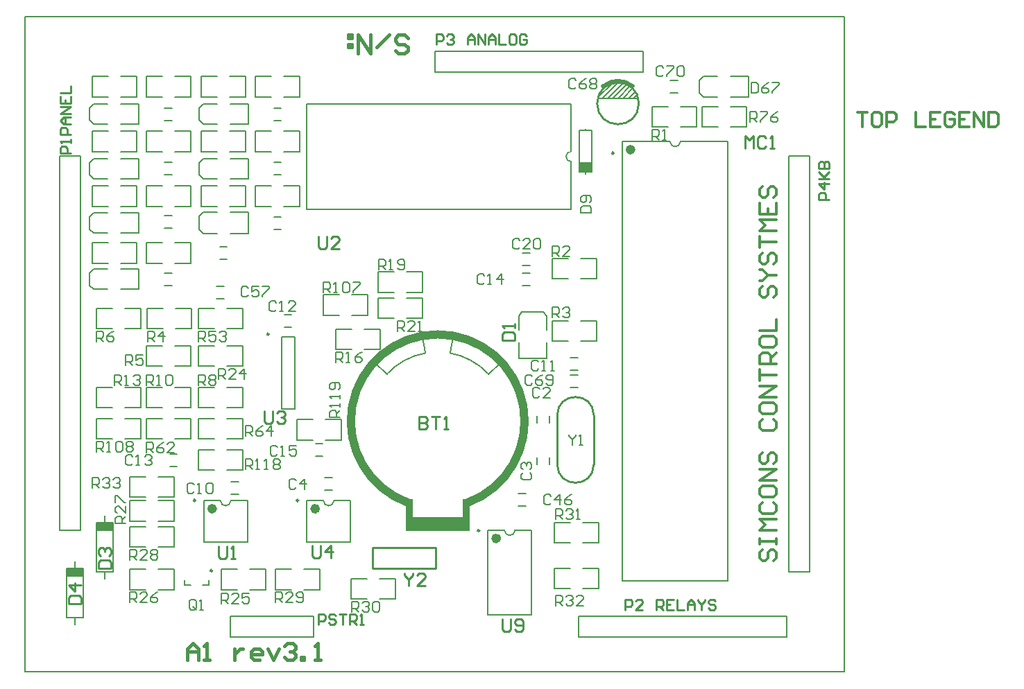
<source format=gto>
%FSLAX25Y25*%
%MOIN*%
G70*
G01*
G75*
G04 Layer_Color=65535*
%ADD10C,0.04000*%
%ADD11C,0.01800*%
%ADD12C,0.02400*%
%ADD13C,0.03000*%
%ADD14C,0.02200*%
%ADD15C,0.02000*%
%ADD16C,0.04400*%
%ADD17C,0.01600*%
%ADD18R,0.05906X0.06693*%
%ADD19R,0.10236X0.06693*%
%ADD20R,0.02362X0.06299*%
%ADD21R,0.06693X0.06693*%
%ADD22R,0.06693X0.05906*%
%ADD23O,0.09843X0.02756*%
%ADD24C,0.00800*%
%ADD25C,0.01200*%
%ADD26C,0.01400*%
%ADD27R,0.07500X0.09500*%
%ADD28O,0.07500X0.09500*%
%ADD29C,0.07500*%
%ADD30O,0.07500X0.09000*%
%ADD31R,0.07500X0.09000*%
%ADD32C,0.08500*%
%ADD33C,0.09000*%
%ADD34R,0.09500X0.07500*%
%ADD35O,0.09500X0.07500*%
%ADD36O,0.09000X0.07500*%
%ADD37R,0.09000X0.07500*%
%ADD38C,0.10000*%
%ADD39C,0.06000*%
%ADD40C,0.00787*%
%ADD41C,0.00984*%
%ADD42C,0.01000*%
%ADD43C,0.02362*%
%ADD44C,0.03937*%
%ADD45C,0.01500*%
%ADD46R,0.06000X0.05000*%
%ADD47R,0.07874X0.03937*%
%ADD48R,0.03445X0.12303*%
%ADD49R,0.03445X0.12303*%
%ADD50R,0.30610X0.06890*%
G04:AMPARAMS|DCode=51|XSize=18.01mil|YSize=15.74mil|CornerRadius=0mil|HoleSize=0mil|Usage=FLASHONLY|Rotation=217.000|XOffset=0mil|YOffset=0mil|HoleType=Round|Shape=Rectangle|*
%AMROTATEDRECTD51*
4,1,4,0.00246,0.01170,0.01193,-0.00087,-0.00246,-0.01170,-0.01193,0.00087,0.00246,0.01170,0.0*
%
%ADD51ROTATEDRECTD51*%

G04:AMPARAMS|DCode=52|XSize=18.01mil|YSize=15.74mil|CornerRadius=0mil|HoleSize=0mil|Usage=FLASHONLY|Rotation=143.000|XOffset=0mil|YOffset=0mil|HoleType=Round|Shape=Rectangle|*
%AMROTATEDRECTD52*
4,1,4,0.01193,0.00087,0.00246,-0.01170,-0.01193,-0.00087,-0.00246,0.01170,0.01193,0.00087,0.0*
%
%ADD52ROTATEDRECTD52*%

D11*
X571502Y692502D02*
X573001Y691003D01*
X576000D01*
X577500Y692502D01*
Y694002D01*
X576000Y695502D01*
X573001D01*
X571502Y697001D01*
Y698500D01*
X573001Y700000D01*
X576000D01*
X577500Y698500D01*
X568503Y700000D02*
X562505Y694002D01*
X559506Y700000D02*
Y691003D01*
X553508Y700000D01*
Y691003D01*
X550509Y694002D02*
X549009D01*
Y695502D01*
X550509D01*
Y694002D01*
Y698500D02*
X549009D01*
Y700000D01*
X550509D01*
Y698500D01*
D17*
X471500Y399500D02*
Y404832D01*
X474166Y407497D01*
X476832Y404832D01*
Y399500D01*
Y403499D01*
X471500D01*
X479497Y399500D02*
X482163D01*
X480830D01*
Y407497D01*
X479497Y406165D01*
X494159Y404832D02*
Y399500D01*
Y402166D01*
X495492Y403499D01*
X496825Y404832D01*
X498158D01*
X506155Y399500D02*
X503490D01*
X502157Y400833D01*
Y403499D01*
X503490Y404832D01*
X506155D01*
X507488Y403499D01*
Y402166D01*
X502157D01*
X510154Y404832D02*
X512820Y399500D01*
X515486Y404832D01*
X518152Y406165D02*
X519485Y407497D01*
X522150D01*
X523483Y406165D01*
Y404832D01*
X522150Y403499D01*
X520817D01*
X522150D01*
X523483Y402166D01*
Y400833D01*
X522150Y399500D01*
X519485D01*
X518152Y400833D01*
X526149Y399500D02*
Y400833D01*
X527482D01*
Y399500D01*
X526149D01*
X532814D02*
X535479D01*
X534146D01*
Y407497D01*
X532814Y406165D01*
D24*
X647870Y443421D02*
X655547D01*
X661453D02*
X669130D01*
X647870Y433579D02*
X655547D01*
X661453D02*
X669130D01*
Y443421D01*
X647870Y433579D02*
Y443421D01*
Y465421D02*
X655547D01*
X661453D02*
X669130D01*
X647870Y455579D02*
X655547D01*
X661453D02*
X669130D01*
Y465421D01*
X647870Y455579D02*
Y465421D01*
X393701Y393701D02*
Y708661D01*
X787402D01*
Y393701D02*
Y708661D01*
X393701Y393701D02*
X787402D01*
X487250Y598000D02*
X490750D01*
X487250Y592000D02*
X490750D01*
X460750Y579500D02*
X464250D01*
X460750Y585500D02*
X464250D01*
X441453Y505579D02*
X449130D01*
X427870D02*
X435547D01*
X441453Y515421D02*
X449130D01*
X427870D02*
X435547D01*
X427870Y505579D02*
Y515421D01*
X449130Y505579D02*
Y515421D01*
X476870Y490579D02*
Y500421D01*
X498130Y490579D02*
Y500421D01*
X490453Y490579D02*
X498130D01*
X476870D02*
X484547D01*
X490453Y500421D02*
X498130D01*
X476870D02*
X484547D01*
X463250Y492500D02*
X466750D01*
X463250Y498500D02*
X466750D01*
X537953Y505079D02*
X545630D01*
X524370D02*
X532047D01*
X537953Y514921D02*
X545630D01*
X524370D02*
X532047D01*
X524370Y505079D02*
Y514921D01*
X545630Y505079D02*
Y514921D01*
X533250Y497500D02*
X536750D01*
X533250Y503500D02*
X536750D01*
X537750Y487000D02*
X541250D01*
X537750Y481000D02*
X541250D01*
X487870Y433079D02*
Y442921D01*
X509130Y433079D02*
Y442921D01*
X501453Y433079D02*
X509130D01*
X487870D02*
X495547D01*
X501453Y442921D02*
X509130D01*
X487870D02*
X495547D01*
X443870Y466079D02*
Y475921D01*
X465130Y466079D02*
Y475921D01*
X457453Y466079D02*
X465130D01*
X443870D02*
X451547D01*
X457453Y475921D02*
X465130D01*
X443870D02*
X451547D01*
X443870Y453579D02*
Y463421D01*
X465130Y453579D02*
Y463421D01*
X457453Y453579D02*
X465130D01*
X443870D02*
X451547D01*
X457453Y463421D02*
X465130D01*
X443870D02*
X451547D01*
X492750Y479000D02*
X496250D01*
X492750Y485000D02*
X496250D01*
X443870Y442921D02*
X451547D01*
X457453D02*
X465130D01*
X443870Y433079D02*
X451547D01*
X457453D02*
X465130D01*
Y442921D01*
X443870Y433079D02*
Y442921D01*
X558130Y565079D02*
Y574921D01*
X536870Y565079D02*
Y574921D01*
X544547D01*
X550453D02*
X558130D01*
X536870Y565079D02*
X544547D01*
X550453D02*
X558130D01*
X732453Y655579D02*
X740130D01*
X718870D02*
X726547D01*
X732453Y665421D02*
X740130D01*
X718870D02*
X726547D01*
X718870Y655579D02*
Y665421D01*
X740130Y655579D02*
Y665421D01*
X498130Y505579D02*
Y515421D01*
X476870Y505579D02*
Y515421D01*
X484547D01*
X490453D02*
X498130D01*
X476870Y505579D02*
X484547D01*
X490453D02*
X498130D01*
X465453D02*
X473130D01*
X451870D02*
X459547D01*
X465453Y515421D02*
X473130D01*
X451870D02*
X459547D01*
X451870Y505579D02*
Y515421D01*
X473130Y505579D02*
Y515421D01*
X498130Y558579D02*
Y568421D01*
X476870Y558579D02*
Y568421D01*
X484547D01*
X490453D02*
X498130D01*
X476870Y558579D02*
X484547D01*
X490453D02*
X498130D01*
X576953Y563579D02*
X584630D01*
X563370D02*
X571047D01*
X576953Y573421D02*
X584630D01*
X563370D02*
X571047D01*
X563370Y563579D02*
Y573421D01*
X584630Y563579D02*
Y573421D01*
X563370Y585921D02*
X571047D01*
X576953D02*
X584630D01*
X563370Y576079D02*
X571047D01*
X576953D02*
X584630D01*
Y585921D01*
X563370Y576079D02*
Y585921D01*
X564130Y548579D02*
Y558421D01*
X542870Y548579D02*
Y558421D01*
X550547D01*
X556453D02*
X564130D01*
X542870Y548579D02*
X550547D01*
X556453D02*
X564130D01*
X441453Y520579D02*
X449130D01*
X427870D02*
X435547D01*
X441453Y530421D02*
X449130D01*
X427870D02*
X435547D01*
X427870Y520579D02*
Y530421D01*
X449130Y520579D02*
Y530421D01*
X473130Y520579D02*
Y530421D01*
X451870Y520579D02*
Y530421D01*
X459547D01*
X465453D02*
X473130D01*
X451870Y520579D02*
X459547D01*
X465453D02*
X473130D01*
X498130D02*
Y530421D01*
X476870Y520579D02*
Y530421D01*
X484547D01*
X490453D02*
X498130D01*
X476870Y520579D02*
X484547D01*
X490453D02*
X498130D01*
X427870Y558579D02*
Y568421D01*
X449130Y558579D02*
Y568421D01*
X441453Y558579D02*
X449130D01*
X427870D02*
X435547D01*
X441453Y568421D02*
X449130D01*
X427870D02*
X435547D01*
X451870Y550421D02*
X459547D01*
X465453D02*
X473130D01*
X451870Y540579D02*
X459547D01*
X465453D02*
X473130D01*
Y550421D01*
X451870Y540579D02*
Y550421D01*
X452370Y558579D02*
Y568421D01*
X473630Y558579D02*
Y568421D01*
X465953Y558579D02*
X473630D01*
X452370D02*
X460047D01*
X465953Y568421D02*
X473630D01*
X452370D02*
X460047D01*
X660453Y552579D02*
X668130D01*
X646870D02*
X654547D01*
X660453Y562421D02*
X668130D01*
X646870D02*
X654547D01*
X646870Y552579D02*
Y562421D01*
X668130Y552579D02*
Y562421D01*
X716130Y655579D02*
Y665421D01*
X694870Y655579D02*
Y665421D01*
X702547D01*
X708453D02*
X716130D01*
X694870Y655579D02*
X702547D01*
X708453D02*
X716130D01*
X732650Y679921D02*
X741311D01*
X732650Y670079D02*
X741311D01*
Y679921D01*
X719658D02*
X726351D01*
X717689Y677953D02*
X719658Y679921D01*
X717689Y672047D02*
Y677953D01*
Y672047D02*
X719658Y670079D01*
X726351D01*
X703750Y678000D02*
X707250D01*
X703750Y672000D02*
X707250D01*
X655750Y536500D02*
X659250D01*
X655750Y530500D02*
X659250D01*
X630750Y473500D02*
X634250D01*
X630750Y479500D02*
X634250D01*
X632750Y589000D02*
X636250D01*
X632750Y595000D02*
X636250D01*
X632750Y579500D02*
X636250D01*
X632750Y585500D02*
X636250D01*
X518250Y565500D02*
X521750D01*
X518250Y559500D02*
X521750D01*
X655750Y544600D02*
X659250D01*
X655750Y538600D02*
X659250D01*
X639500Y493250D02*
Y496750D01*
X645500Y493250D02*
Y496750D01*
X639500Y513250D02*
Y516750D01*
X645500Y513250D02*
Y516750D01*
X646870Y592421D02*
X654547D01*
X660453D02*
X668130D01*
X646870Y582579D02*
X654547D01*
X660453D02*
X668130D01*
Y592421D01*
X646870Y582579D02*
Y592421D01*
X490453Y540579D02*
X498130D01*
X476870D02*
X484547D01*
X490453Y550421D02*
X498130D01*
X476870D02*
X484547D01*
X476870Y540579D02*
Y550421D01*
X498130Y540579D02*
Y550421D01*
X527453Y433079D02*
X535130D01*
X513870D02*
X521547D01*
X527453Y442921D02*
X535130D01*
X513870D02*
X521547D01*
X513870Y433079D02*
Y442921D01*
X535130Y433079D02*
Y442921D01*
X563953Y428579D02*
X571630D01*
X550370D02*
X558047D01*
X563953Y438421D02*
X571630D01*
X550370D02*
X558047D01*
X550370Y428579D02*
Y438421D01*
X571630Y428579D02*
Y438421D01*
X426657Y630661D02*
X433350D01*
X424689Y632629D02*
X426657Y630661D01*
X424689Y632629D02*
Y638535D01*
X426657Y640503D01*
X433350D01*
X448311Y630661D02*
Y640503D01*
X439650Y630661D02*
X448311D01*
X439650Y640503D02*
X448311D01*
X439650Y614421D02*
X448311D01*
X439650Y604579D02*
X448311D01*
Y614421D01*
X426657D02*
X433350D01*
X424689Y612453D02*
X426657Y614421D01*
X424689Y606547D02*
Y612453D01*
Y606547D02*
X426657Y604579D01*
X433350D01*
X479157Y630661D02*
X485850D01*
X477189Y632629D02*
X479157Y630661D01*
X477189Y632629D02*
Y638535D01*
X479157Y640503D01*
X485850D01*
X500811Y630661D02*
Y640503D01*
X492150Y630661D02*
X500811D01*
X492150Y640503D02*
X500811D01*
X439650Y587421D02*
X448311D01*
X439650Y577579D02*
X448311D01*
Y587421D01*
X426657D02*
X433350D01*
X424689Y585453D02*
X426657Y587421D01*
X424689Y579547D02*
Y585453D01*
Y579547D02*
X426657Y577579D01*
X433350D01*
X426657Y656939D02*
X433350D01*
X424689Y658908D02*
X426657Y656939D01*
X424689Y658908D02*
Y664813D01*
X426657Y666782D01*
X433350D01*
X448311Y656939D02*
Y666782D01*
X439650Y656939D02*
X448311D01*
X439650Y666782D02*
X448311D01*
X492150D02*
X500811D01*
X492150Y656939D02*
X500811D01*
Y666782D01*
X479157D02*
X485850D01*
X477189Y664813D02*
X479157Y666782D01*
X477189Y658908D02*
Y664813D01*
Y658908D02*
X479157Y656939D01*
X485850D01*
X479157Y604382D02*
X485850D01*
X477189Y606350D02*
X479157Y604382D01*
X477189Y606350D02*
Y612650D01*
X479157Y614618D01*
X485850D01*
X500811Y604382D02*
Y614618D01*
X492150Y604382D02*
X500811D01*
X492150Y614618D02*
X500811D01*
X439453Y643800D02*
X447130D01*
X425870D02*
X433547D01*
X439453Y653643D02*
X447130D01*
X425870D02*
X433547D01*
X425870Y643800D02*
Y653643D01*
X447130Y643800D02*
Y653643D01*
X465453Y670079D02*
X473130D01*
X451870D02*
X459547D01*
X465453Y679921D02*
X473130D01*
X451870D02*
X459547D01*
X451870Y670079D02*
Y679921D01*
X473130Y670079D02*
Y679921D01*
X517953Y670079D02*
X525630D01*
X504370D02*
X512047D01*
X517953Y679921D02*
X525630D01*
X504370D02*
X512047D01*
X504370Y670079D02*
Y679921D01*
X525630Y670079D02*
Y679921D01*
X473130Y617521D02*
Y627364D01*
X451870Y617521D02*
Y627364D01*
X459547D01*
X465453D02*
X473130D01*
X451870Y617521D02*
X459547D01*
X465453D02*
X473130D01*
X447130D02*
Y627364D01*
X425870Y617521D02*
Y627364D01*
X433547D01*
X439453D02*
X447130D01*
X425870Y617521D02*
X433547D01*
X439453D02*
X447130D01*
X517953Y643800D02*
X525630D01*
X504370D02*
X512047D01*
X517953Y653643D02*
X525630D01*
X504370D02*
X512047D01*
X504370Y643800D02*
Y653643D01*
X525630Y643800D02*
Y653643D01*
X517953Y617521D02*
X525630D01*
X504370D02*
X512047D01*
X517953Y627364D02*
X525630D01*
X504370D02*
X512047D01*
X504370Y617521D02*
Y627364D01*
X525630Y617521D02*
Y627364D01*
X473130Y643800D02*
Y653643D01*
X451870Y643800D02*
Y653643D01*
X459547D01*
X465453D02*
X473130D01*
X451870Y643800D02*
X459547D01*
X465453D02*
X473130D01*
X499630D02*
Y653643D01*
X478370Y643800D02*
Y653643D01*
X486047D01*
X491953D02*
X499630D01*
X478370Y643800D02*
X486047D01*
X491953D02*
X499630D01*
X473130Y590079D02*
Y599921D01*
X451870Y590079D02*
Y599921D01*
X459547D01*
X465453D02*
X473130D01*
X451870Y590079D02*
X459547D01*
X465453D02*
X473130D01*
X491953Y617521D02*
X499630D01*
X478370D02*
X486047D01*
X491953Y627364D02*
X499630D01*
X478370D02*
X486047D01*
X478370Y617521D02*
Y627364D01*
X499630Y617521D02*
Y627364D01*
X425870Y590079D02*
Y599921D01*
X447130Y590079D02*
Y599921D01*
X439453Y590079D02*
X447130D01*
X425870D02*
X433547D01*
X439453Y599921D02*
X447130D01*
X425870D02*
X433547D01*
X425870Y679921D02*
X433547D01*
X439453D02*
X447130D01*
X425870Y670079D02*
X433547D01*
X439453D02*
X447130D01*
Y679921D01*
X425870Y670079D02*
Y679921D01*
X478370Y670079D02*
Y679921D01*
X499630Y670079D02*
Y679921D01*
X491953Y670079D02*
X499630D01*
X478370D02*
X486047D01*
X491953Y679921D02*
X499630D01*
X478370D02*
X486047D01*
X485750Y573000D02*
X489250D01*
X485750Y579000D02*
X489250D01*
X460750Y613000D02*
X464250D01*
X460750Y607000D02*
X464250D01*
X460750Y658861D02*
X464250D01*
X460750Y664861D02*
X464250D01*
X513250D02*
X516750D01*
X513250Y658861D02*
X516750D01*
X513250Y606500D02*
X516750D01*
X513250Y612500D02*
X516750D01*
X460750Y638582D02*
X464250D01*
X460750Y632582D02*
X464250D01*
X513250Y638582D02*
X516750D01*
X513250Y632582D02*
X516750D01*
X669000Y669500D02*
X688000D01*
X686000D02*
X687500Y671000D01*
X683500Y669500D02*
X686500Y672500D01*
X681000Y669500D02*
X681010D01*
X685753Y674243D01*
X678500Y669500D02*
X684315Y675315D01*
Y675327D01*
X676000Y669500D02*
X682500Y676000D01*
X673500Y669500D02*
X680500Y676500D01*
X671000Y669500D02*
X678500Y677000D01*
X669000Y669500D02*
Y670000D01*
X675500Y676500D01*
X443870Y477579D02*
Y487421D01*
X465130Y477579D02*
Y487421D01*
X457453Y477579D02*
X465130D01*
X443870D02*
X451547D01*
X457453Y487421D02*
X465130D01*
X443870D02*
X451547D01*
X648500Y425500D02*
Y430498D01*
X650999D01*
X651832Y429665D01*
Y427999D01*
X650999Y427166D01*
X648500D01*
X650166D02*
X651832Y425500D01*
X653498Y429665D02*
X654331Y430498D01*
X655998D01*
X656831Y429665D01*
Y428832D01*
X655998Y427999D01*
X655164D01*
X655998D01*
X656831Y427166D01*
Y426333D01*
X655998Y425500D01*
X654331D01*
X653498Y426333D01*
X661829Y425500D02*
X658497D01*
X661829Y428832D01*
Y429665D01*
X660996Y430498D01*
X659330D01*
X658497Y429665D01*
X648500Y467000D02*
Y471998D01*
X650999D01*
X651832Y471165D01*
Y469499D01*
X650999Y468666D01*
X648500D01*
X650166D02*
X651832Y467000D01*
X653498Y471165D02*
X654331Y471998D01*
X655998D01*
X656831Y471165D01*
Y470332D01*
X655998Y469499D01*
X655164D01*
X655998D01*
X656831Y468666D01*
Y467833D01*
X655998Y467000D01*
X654331D01*
X653498Y467833D01*
X658497Y467000D02*
X660163D01*
X659330D01*
Y471998D01*
X658497Y471165D01*
X426000Y482000D02*
Y486998D01*
X428499D01*
X429332Y486165D01*
Y484499D01*
X428499Y483666D01*
X426000D01*
X427666D02*
X429332Y482000D01*
X430998Y486165D02*
X431831Y486998D01*
X433498D01*
X434331Y486165D01*
Y485332D01*
X433498Y484499D01*
X432664D01*
X433498D01*
X434331Y483666D01*
Y482833D01*
X433498Y482000D01*
X431831D01*
X430998Y482833D01*
X435997Y486165D02*
X436830Y486998D01*
X438496D01*
X439329Y486165D01*
Y485332D01*
X438496Y484499D01*
X437663D01*
X438496D01*
X439329Y483666D01*
Y482833D01*
X438496Y482000D01*
X436830D01*
X435997Y482833D01*
X654800Y507898D02*
Y507065D01*
X656466Y505399D01*
X658132Y507065D01*
Y507898D01*
X656466Y505399D02*
Y502900D01*
X659798D02*
X661465D01*
X660631D01*
Y507898D01*
X659798Y507065D01*
X545000Y516000D02*
X540002D01*
Y518499D01*
X540835Y519332D01*
X542501D01*
X543334Y518499D01*
Y516000D01*
Y517666D02*
X545000Y519332D01*
Y520998D02*
Y522664D01*
Y521831D01*
X540002D01*
X540835Y520998D01*
X545000Y525164D02*
Y526830D01*
Y525997D01*
X540002D01*
X540835Y525164D01*
X544167Y529329D02*
X545000Y530162D01*
Y531828D01*
X544167Y532661D01*
X540835D01*
X540002Y531828D01*
Y530162D01*
X540835Y529329D01*
X541668D01*
X542501Y530162D01*
Y532661D01*
X499500Y491000D02*
Y495998D01*
X501999D01*
X502832Y495165D01*
Y493499D01*
X501999Y492666D01*
X499500D01*
X501166D02*
X502832Y491000D01*
X504498D02*
X506165D01*
X505331D01*
Y495998D01*
X504498Y495165D01*
X508664Y491000D02*
X510330D01*
X509497D01*
Y495998D01*
X508664Y495165D01*
X512829D02*
X513662Y495998D01*
X515328D01*
X516161Y495165D01*
Y494332D01*
X515328Y493499D01*
X516161Y492666D01*
Y491833D01*
X515328Y491000D01*
X513662D01*
X512829Y491833D01*
Y492666D01*
X513662Y493499D01*
X512829Y494332D01*
Y495165D01*
X513662Y493499D02*
X515328D01*
X428000Y499500D02*
Y504498D01*
X430499D01*
X431332Y503665D01*
Y501999D01*
X430499Y501166D01*
X428000D01*
X429666D02*
X431332Y499500D01*
X432998D02*
X434664D01*
X433831D01*
Y504498D01*
X432998Y503665D01*
X437164D02*
X437997Y504498D01*
X439663D01*
X440496Y503665D01*
Y500333D01*
X439663Y499500D01*
X437997D01*
X437164Y500333D01*
Y503665D01*
X442162D02*
X442995Y504498D01*
X444661D01*
X445494Y503665D01*
Y502832D01*
X444661Y501999D01*
X445494Y501166D01*
Y500333D01*
X444661Y499500D01*
X442995D01*
X442162Y500333D01*
Y501166D01*
X442995Y501999D01*
X442162Y502832D01*
Y503665D01*
X442995Y501999D02*
X444661D01*
X537000Y576000D02*
Y580998D01*
X539499D01*
X540332Y580165D01*
Y578499D01*
X539499Y577666D01*
X537000D01*
X538666D02*
X540332Y576000D01*
X541998D02*
X543665D01*
X542831D01*
Y580998D01*
X541998Y580165D01*
X546164D02*
X546997Y580998D01*
X548663D01*
X549496Y580165D01*
Y576833D01*
X548663Y576000D01*
X546997D01*
X546164Y576833D01*
Y580165D01*
X551162Y580998D02*
X554494D01*
Y580165D01*
X551162Y576833D01*
Y576000D01*
X742000Y658000D02*
Y662998D01*
X744499D01*
X745332Y662165D01*
Y660499D01*
X744499Y659666D01*
X742000D01*
X743666D02*
X745332Y658000D01*
X746998Y662998D02*
X750331D01*
Y662165D01*
X746998Y658833D01*
Y658000D01*
X755329Y662998D02*
X753663Y662165D01*
X751997Y660499D01*
Y658833D01*
X752830Y658000D01*
X754496D01*
X755329Y658833D01*
Y659666D01*
X754496Y660499D01*
X751997D01*
X499500Y507000D02*
Y511998D01*
X501999D01*
X502832Y511165D01*
Y509499D01*
X501999Y508666D01*
X499500D01*
X501166D02*
X502832Y507000D01*
X507831Y511998D02*
X506165Y511165D01*
X504498Y509499D01*
Y507833D01*
X505331Y507000D01*
X506998D01*
X507831Y507833D01*
Y508666D01*
X506998Y509499D01*
X504498D01*
X511996Y507000D02*
Y511998D01*
X509497Y509499D01*
X512829D01*
X452000Y499000D02*
Y503998D01*
X454499D01*
X455332Y503165D01*
Y501499D01*
X454499Y500666D01*
X452000D01*
X453666D02*
X455332Y499000D01*
X460331Y503998D02*
X458665Y503165D01*
X456998Y501499D01*
Y499833D01*
X457831Y499000D01*
X459498D01*
X460331Y499833D01*
Y500666D01*
X459498Y501499D01*
X456998D01*
X465329Y499000D02*
X461997D01*
X465329Y502332D01*
Y503165D01*
X464496Y503998D01*
X462830D01*
X461997Y503165D01*
X477000Y552500D02*
Y557498D01*
X479499D01*
X480332Y556665D01*
Y554999D01*
X479499Y554166D01*
X477000D01*
X478666D02*
X480332Y552500D01*
X485331Y557498D02*
X481998D01*
Y554999D01*
X483665Y555832D01*
X484498D01*
X485331Y554999D01*
Y553333D01*
X484498Y552500D01*
X482831D01*
X481998Y553333D01*
X486997Y556665D02*
X487830Y557498D01*
X489496D01*
X490329Y556665D01*
Y555832D01*
X489496Y554999D01*
X488663D01*
X489496D01*
X490329Y554166D01*
Y553333D01*
X489496Y552500D01*
X487830D01*
X486997Y553333D01*
X572500Y557500D02*
Y562498D01*
X574999D01*
X575832Y561665D01*
Y559999D01*
X574999Y559166D01*
X572500D01*
X574166D02*
X575832Y557500D01*
X580831D02*
X577498D01*
X580831Y560832D01*
Y561665D01*
X579998Y562498D01*
X578331D01*
X577498Y561665D01*
X582497Y557500D02*
X584163D01*
X583330D01*
Y562498D01*
X582497Y561665D01*
X563500Y587000D02*
Y591998D01*
X565999D01*
X566832Y591165D01*
Y589499D01*
X565999Y588666D01*
X563500D01*
X565166D02*
X566832Y587000D01*
X568498D02*
X570164D01*
X569331D01*
Y591998D01*
X568498Y591165D01*
X572664Y587833D02*
X573497Y587000D01*
X575163D01*
X575996Y587833D01*
Y591165D01*
X575163Y591998D01*
X573497D01*
X572664Y591165D01*
Y590332D01*
X573497Y589499D01*
X575996D01*
X543000Y542500D02*
Y547498D01*
X545499D01*
X546332Y546665D01*
Y544999D01*
X545499Y544166D01*
X543000D01*
X544666D02*
X546332Y542500D01*
X547998D02*
X549664D01*
X548831D01*
Y547498D01*
X547998Y546665D01*
X555496Y547498D02*
X553830Y546665D01*
X552164Y544999D01*
Y543333D01*
X552997Y542500D01*
X554663D01*
X555496Y543333D01*
Y544166D01*
X554663Y544999D01*
X552164D01*
X436500Y531500D02*
Y536498D01*
X438999D01*
X439832Y535665D01*
Y533999D01*
X438999Y533166D01*
X436500D01*
X438166D02*
X439832Y531500D01*
X441498D02*
X443164D01*
X442331D01*
Y536498D01*
X441498Y535665D01*
X445664D02*
X446497Y536498D01*
X448163D01*
X448996Y535665D01*
Y534832D01*
X448163Y533999D01*
X447330D01*
X448163D01*
X448996Y533166D01*
Y532333D01*
X448163Y531500D01*
X446497D01*
X445664Y532333D01*
X452000Y531500D02*
Y536498D01*
X454499D01*
X455332Y535665D01*
Y533999D01*
X454499Y533166D01*
X452000D01*
X453666D02*
X455332Y531500D01*
X456998D02*
X458665D01*
X457831D01*
Y536498D01*
X456998Y535665D01*
X461164D02*
X461997Y536498D01*
X463663D01*
X464496Y535665D01*
Y532333D01*
X463663Y531500D01*
X461997D01*
X461164Y532333D01*
Y535665D01*
X477000Y531500D02*
Y536498D01*
X479499D01*
X480332Y535665D01*
Y533999D01*
X479499Y533166D01*
X477000D01*
X478666D02*
X480332Y531500D01*
X481998Y535665D02*
X482831Y536498D01*
X484498D01*
X485331Y535665D01*
Y534832D01*
X484498Y533999D01*
X485331Y533166D01*
Y532333D01*
X484498Y531500D01*
X482831D01*
X481998Y532333D01*
Y533166D01*
X482831Y533999D01*
X481998Y534832D01*
Y535665D01*
X482831Y533999D02*
X484498D01*
X428000Y552500D02*
Y557498D01*
X430499D01*
X431332Y556665D01*
Y554999D01*
X430499Y554166D01*
X428000D01*
X429666D02*
X431332Y552500D01*
X436331Y557498D02*
X434664Y556665D01*
X432998Y554999D01*
Y553333D01*
X433831Y552500D01*
X435498D01*
X436331Y553333D01*
Y554166D01*
X435498Y554999D01*
X432998D01*
X442000Y541000D02*
Y545998D01*
X444499D01*
X445332Y545165D01*
Y543499D01*
X444499Y542666D01*
X442000D01*
X443666D02*
X445332Y541000D01*
X450331Y545998D02*
X446998D01*
Y543499D01*
X448665Y544332D01*
X449498D01*
X450331Y543499D01*
Y541833D01*
X449498Y541000D01*
X447831D01*
X446998Y541833D01*
X452500Y552500D02*
Y557498D01*
X454999D01*
X455832Y556665D01*
Y554999D01*
X454999Y554166D01*
X452500D01*
X454166D02*
X455832Y552500D01*
X459998D02*
Y557498D01*
X457498Y554999D01*
X460831D01*
X647000Y564000D02*
Y568998D01*
X649499D01*
X650332Y568165D01*
Y566499D01*
X649499Y565666D01*
X647000D01*
X648666D02*
X650332Y564000D01*
X651998Y568165D02*
X652831Y568998D01*
X654498D01*
X655331Y568165D01*
Y567332D01*
X654498Y566499D01*
X653664D01*
X654498D01*
X655331Y565666D01*
Y564833D01*
X654498Y564000D01*
X652831D01*
X651998Y564833D01*
X695000Y649500D02*
Y654498D01*
X697499D01*
X698332Y653665D01*
Y651999D01*
X697499Y651166D01*
X695000D01*
X696666D02*
X698332Y649500D01*
X699998D02*
X701664D01*
X700831D01*
Y654498D01*
X699998Y653665D01*
X742500Y676998D02*
Y672000D01*
X744999D01*
X745832Y672833D01*
Y676165D01*
X744999Y676998D01*
X742500D01*
X750831D02*
X749164Y676165D01*
X747498Y674499D01*
Y672833D01*
X748331Y672000D01*
X749998D01*
X750831Y672833D01*
Y673666D01*
X749998Y674499D01*
X747498D01*
X752497Y676998D02*
X755829D01*
Y676165D01*
X752497Y672833D01*
Y672000D01*
X700332Y684165D02*
X699499Y684998D01*
X697833D01*
X697000Y684165D01*
Y680833D01*
X697833Y680000D01*
X699499D01*
X700332Y680833D01*
X701998Y684998D02*
X705331D01*
Y684165D01*
X701998Y680833D01*
Y680000D01*
X706997Y684165D02*
X707830Y684998D01*
X709496D01*
X710329Y684165D01*
Y680833D01*
X709496Y680000D01*
X707830D01*
X706997Y680833D01*
Y684165D01*
X637332Y535665D02*
X636499Y536498D01*
X634833D01*
X634000Y535665D01*
Y532333D01*
X634833Y531500D01*
X636499D01*
X637332Y532333D01*
X642331Y536498D02*
X640664Y535665D01*
X638998Y533999D01*
Y532333D01*
X639831Y531500D01*
X641498D01*
X642331Y532333D01*
Y533166D01*
X641498Y533999D01*
X638998D01*
X643997Y532333D02*
X644830Y531500D01*
X646496D01*
X647329Y532333D01*
Y535665D01*
X646496Y536498D01*
X644830D01*
X643997Y535665D01*
Y534832D01*
X644830Y533999D01*
X647329D01*
X658332Y678165D02*
X657499Y678998D01*
X655833D01*
X655000Y678165D01*
Y674833D01*
X655833Y674000D01*
X657499D01*
X658332Y674833D01*
X663331Y678998D02*
X661664Y678165D01*
X659998Y676499D01*
Y674833D01*
X660831Y674000D01*
X662498D01*
X663331Y674833D01*
Y675666D01*
X662498Y676499D01*
X659998D01*
X664997Y678165D02*
X665830Y678998D01*
X667496D01*
X668329Y678165D01*
Y677332D01*
X667496Y676499D01*
X668329Y675666D01*
Y674833D01*
X667496Y674000D01*
X665830D01*
X664997Y674833D01*
Y675666D01*
X665830Y676499D01*
X664997Y677332D01*
Y678165D01*
X665830Y676499D02*
X667496D01*
X500832Y578165D02*
X499999Y578998D01*
X498333D01*
X497500Y578165D01*
Y574833D01*
X498333Y574000D01*
X499999D01*
X500832Y574833D01*
X505831Y578998D02*
X502498D01*
Y576499D01*
X504165Y577332D01*
X504998D01*
X505831Y576499D01*
Y574833D01*
X504998Y574000D01*
X503331D01*
X502498Y574833D01*
X507497Y578998D02*
X510829D01*
Y578165D01*
X507497Y574833D01*
Y574000D01*
X646332Y478165D02*
X645499Y478998D01*
X643833D01*
X643000Y478165D01*
Y474833D01*
X643833Y474000D01*
X645499D01*
X646332Y474833D01*
X650498Y474000D02*
Y478998D01*
X647998Y476499D01*
X651331D01*
X656329Y478998D02*
X654663Y478165D01*
X652997Y476499D01*
Y474833D01*
X653830Y474000D01*
X655496D01*
X656329Y474833D01*
Y475666D01*
X655496Y476499D01*
X652997D01*
X631332Y601165D02*
X630499Y601998D01*
X628833D01*
X628000Y601165D01*
Y597833D01*
X628833Y597000D01*
X630499D01*
X631332Y597833D01*
X636331Y597000D02*
X632998D01*
X636331Y600332D01*
Y601165D01*
X635498Y601998D01*
X633831D01*
X632998Y601165D01*
X637997D02*
X638830Y601998D01*
X640496D01*
X641329Y601165D01*
Y597833D01*
X640496Y597000D01*
X638830D01*
X637997Y597833D01*
Y601165D01*
X514832Y501665D02*
X513999Y502498D01*
X512333D01*
X511500Y501665D01*
Y498333D01*
X512333Y497500D01*
X513999D01*
X514832Y498333D01*
X516498Y497500D02*
X518164D01*
X517331D01*
Y502498D01*
X516498Y501665D01*
X523996Y502498D02*
X520664D01*
Y499999D01*
X522330Y500832D01*
X523163D01*
X523996Y499999D01*
Y498333D01*
X523163Y497500D01*
X521497D01*
X520664Y498333D01*
X614332Y584165D02*
X613499Y584998D01*
X611833D01*
X611000Y584165D01*
Y580833D01*
X611833Y580000D01*
X613499D01*
X614332Y580833D01*
X615998Y580000D02*
X617664D01*
X616831D01*
Y584998D01*
X615998Y584165D01*
X622663Y580000D02*
Y584998D01*
X620164Y582499D01*
X623496D01*
X445332Y497165D02*
X444499Y497998D01*
X442833D01*
X442000Y497165D01*
Y493833D01*
X442833Y493000D01*
X444499D01*
X445332Y493833D01*
X446998Y493000D02*
X448665D01*
X447831D01*
Y497998D01*
X446998Y497165D01*
X451164D02*
X451997Y497998D01*
X453663D01*
X454496Y497165D01*
Y496332D01*
X453663Y495499D01*
X452830D01*
X453663D01*
X454496Y494666D01*
Y493833D01*
X453663Y493000D01*
X451997D01*
X451164Y493833D01*
X514332Y571165D02*
X513499Y571998D01*
X511833D01*
X511000Y571165D01*
Y567833D01*
X511833Y567000D01*
X513499D01*
X514332Y567833D01*
X515998Y567000D02*
X517664D01*
X516831D01*
Y571998D01*
X515998Y571165D01*
X523496Y567000D02*
X520164D01*
X523496Y570332D01*
Y571165D01*
X522663Y571998D01*
X520997D01*
X520164Y571165D01*
X640332Y542665D02*
X639499Y543498D01*
X637833D01*
X637000Y542665D01*
Y539333D01*
X637833Y538500D01*
X639499D01*
X640332Y539333D01*
X641998Y538500D02*
X643665D01*
X642831D01*
Y543498D01*
X641998Y542665D01*
X646164Y538500D02*
X647830D01*
X646997D01*
Y543498D01*
X646164Y542665D01*
X523832Y485665D02*
X522999Y486498D01*
X521333D01*
X520500Y485665D01*
Y482333D01*
X521333Y481500D01*
X522999D01*
X523832Y482333D01*
X527998Y481500D02*
Y486498D01*
X525498Y483999D01*
X528831D01*
X632835Y489332D02*
X632002Y488499D01*
Y486833D01*
X632835Y486000D01*
X636167D01*
X637000Y486833D01*
Y488499D01*
X636167Y489332D01*
X632835Y490998D02*
X632002Y491831D01*
Y493498D01*
X632835Y494331D01*
X633668D01*
X634501Y493498D01*
Y492664D01*
Y493498D01*
X635334Y494331D01*
X636167D01*
X637000Y493498D01*
Y491831D01*
X636167Y490998D01*
X640832Y529665D02*
X639999Y530498D01*
X638333D01*
X637500Y529665D01*
Y526333D01*
X638333Y525500D01*
X639999D01*
X640832Y526333D01*
X645831Y525500D02*
X642498D01*
X645831Y528832D01*
Y529665D01*
X644998Y530498D01*
X643331D01*
X642498Y529665D01*
X660602Y614400D02*
X665600D01*
Y616899D01*
X664767Y617732D01*
X661435D01*
X660602Y616899D01*
Y614400D01*
X664767Y619398D02*
X665600Y620231D01*
Y621898D01*
X664767Y622731D01*
X661435D01*
X660602Y621898D01*
Y620231D01*
X661435Y619398D01*
X662268D01*
X663101Y620231D01*
Y622731D01*
X647000Y593500D02*
Y598498D01*
X649499D01*
X650332Y597665D01*
Y595999D01*
X649499Y595166D01*
X647000D01*
X648666D02*
X650332Y593500D01*
X655331D02*
X651998D01*
X655331Y596832D01*
Y597665D01*
X654498Y598498D01*
X652831D01*
X651998Y597665D01*
X486500Y534500D02*
Y539498D01*
X488999D01*
X489832Y538665D01*
Y536999D01*
X488999Y536166D01*
X486500D01*
X488166D02*
X489832Y534500D01*
X494831D02*
X491498D01*
X494831Y537832D01*
Y538665D01*
X493998Y539498D01*
X492331D01*
X491498Y538665D01*
X498996Y534500D02*
Y539498D01*
X496497Y536999D01*
X499829D01*
X474832Y483665D02*
X473999Y484498D01*
X472333D01*
X471500Y483665D01*
Y480333D01*
X472333Y479500D01*
X473999D01*
X474832Y480333D01*
X476498Y479500D02*
X478164D01*
X477331D01*
Y484498D01*
X476498Y483665D01*
X480664D02*
X481497Y484498D01*
X483163D01*
X483996Y483665D01*
Y480333D01*
X483163Y479500D01*
X481497D01*
X480664Y480333D01*
Y483665D01*
X488000Y426500D02*
Y431498D01*
X490499D01*
X491332Y430665D01*
Y428999D01*
X490499Y428166D01*
X488000D01*
X489666D02*
X491332Y426500D01*
X496331D02*
X492998D01*
X496331Y429832D01*
Y430665D01*
X495498Y431498D01*
X493831D01*
X492998Y430665D01*
X501329Y431498D02*
X497997D01*
Y428999D01*
X499663Y429832D01*
X500496D01*
X501329Y428999D01*
Y427333D01*
X500496Y426500D01*
X498830D01*
X497997Y427333D01*
X444000Y427000D02*
Y431998D01*
X446499D01*
X447332Y431165D01*
Y429499D01*
X446499Y428666D01*
X444000D01*
X445666D02*
X447332Y427000D01*
X452331D02*
X448998D01*
X452331Y430332D01*
Y431165D01*
X451498Y431998D01*
X449831D01*
X448998Y431165D01*
X457329Y431998D02*
X455663Y431165D01*
X453997Y429499D01*
Y427833D01*
X454830Y427000D01*
X456496D01*
X457329Y427833D01*
Y428666D01*
X456496Y429499D01*
X453997D01*
X442000Y465000D02*
X437002D01*
Y467499D01*
X437835Y468332D01*
X439501D01*
X440334Y467499D01*
Y465000D01*
Y466666D02*
X442000Y468332D01*
Y473331D02*
Y469998D01*
X438668Y473331D01*
X437835D01*
X437002Y472498D01*
Y470831D01*
X437835Y469998D01*
X437002Y474997D02*
Y478329D01*
X437835D01*
X441167Y474997D01*
X442000D01*
X444000Y447500D02*
Y452498D01*
X446499D01*
X447332Y451665D01*
Y449999D01*
X446499Y449166D01*
X444000D01*
X445666D02*
X447332Y447500D01*
X452331D02*
X448998D01*
X452331Y450832D01*
Y451665D01*
X451498Y452498D01*
X449831D01*
X448998Y451665D01*
X453997D02*
X454830Y452498D01*
X456496D01*
X457329Y451665D01*
Y450832D01*
X456496Y449999D01*
X457329Y449166D01*
Y448333D01*
X456496Y447500D01*
X454830D01*
X453997Y448333D01*
Y449166D01*
X454830Y449999D01*
X453997Y450832D01*
Y451665D01*
X454830Y449999D02*
X456496D01*
X514000Y427000D02*
Y431998D01*
X516499D01*
X517332Y431165D01*
Y429499D01*
X516499Y428666D01*
X514000D01*
X515666D02*
X517332Y427000D01*
X522331D02*
X518998D01*
X522331Y430332D01*
Y431165D01*
X521498Y431998D01*
X519831D01*
X518998Y431165D01*
X523997Y427833D02*
X524830Y427000D01*
X526496D01*
X527329Y427833D01*
Y431165D01*
X526496Y431998D01*
X524830D01*
X523997Y431165D01*
Y430332D01*
X524830Y429499D01*
X527329D01*
X550602Y422500D02*
Y427498D01*
X553102D01*
X553935Y426665D01*
Y424999D01*
X553102Y424166D01*
X550602D01*
X552269D02*
X553935Y422500D01*
X555601Y426665D02*
X556434Y427498D01*
X558100D01*
X558933Y426665D01*
Y425832D01*
X558100Y424999D01*
X557267D01*
X558100D01*
X558933Y424166D01*
Y423333D01*
X558100Y422500D01*
X556434D01*
X555601Y423333D01*
X560599Y426665D02*
X561432Y427498D01*
X563098D01*
X563931Y426665D01*
Y423333D01*
X563098Y422500D01*
X561432D01*
X560599Y423333D01*
Y426665D01*
X475832Y424333D02*
Y427665D01*
X474999Y428498D01*
X473333D01*
X472500Y427665D01*
Y424333D01*
X473333Y423500D01*
X474999D01*
X474166Y425166D02*
X475832Y423500D01*
X474999D02*
X475832Y424333D01*
X477498Y423500D02*
X479165D01*
X478331D01*
Y428498D01*
X477498Y427665D01*
D25*
X793535Y662800D02*
X798200D01*
X795867D01*
Y655802D01*
X804031Y662800D02*
X801699D01*
X800532Y661634D01*
Y656969D01*
X801699Y655802D01*
X804031D01*
X805198Y656969D01*
Y661634D01*
X804031Y662800D01*
X807530Y655802D02*
Y662800D01*
X811029D01*
X812195Y661634D01*
Y659301D01*
X811029Y658135D01*
X807530D01*
X821526Y662800D02*
Y655802D01*
X826191D01*
X833189Y662800D02*
X828523D01*
Y655802D01*
X833189D01*
X828523Y659301D02*
X830856D01*
X840186Y661634D02*
X839020Y662800D01*
X836687D01*
X835521Y661634D01*
Y656969D01*
X836687Y655802D01*
X839020D01*
X840186Y656969D01*
Y659301D01*
X837854D01*
X847184Y662800D02*
X842519D01*
Y655802D01*
X847184D01*
X842519Y659301D02*
X844851D01*
X849517Y655802D02*
Y662800D01*
X854182Y655802D01*
Y662800D01*
X856514D02*
Y655802D01*
X860013D01*
X861180Y656969D01*
Y661634D01*
X860013Y662800D01*
X856514D01*
D26*
X747835Y452332D02*
X746503Y450999D01*
Y448333D01*
X747835Y447000D01*
X749168D01*
X750501Y448333D01*
Y450999D01*
X751834Y452332D01*
X753167D01*
X754500Y450999D01*
Y448333D01*
X753167Y447000D01*
X746503Y454997D02*
Y457663D01*
Y456330D01*
X754500D01*
Y454997D01*
Y457663D01*
Y461662D02*
X746503D01*
X749168Y464328D01*
X746503Y466994D01*
X754500D01*
X747835Y474991D02*
X746503Y473658D01*
Y470992D01*
X747835Y469659D01*
X753167D01*
X754500Y470992D01*
Y473658D01*
X753167Y474991D01*
X746503Y481656D02*
Y478990D01*
X747835Y477657D01*
X753167D01*
X754500Y478990D01*
Y481656D01*
X753167Y482988D01*
X747835D01*
X746503Y481656D01*
X754500Y485654D02*
X746503D01*
X754500Y490986D01*
X746503D01*
X747835Y498983D02*
X746503Y497650D01*
Y494984D01*
X747835Y493652D01*
X749168D01*
X750501Y494984D01*
Y497650D01*
X751834Y498983D01*
X753167D01*
X754500Y497650D01*
Y494984D01*
X753167Y493652D01*
X747835Y514978D02*
X746503Y513645D01*
Y510979D01*
X747835Y509646D01*
X753167D01*
X754500Y510979D01*
Y513645D01*
X753167Y514978D01*
X746503Y521642D02*
Y518977D01*
X747835Y517644D01*
X753167D01*
X754500Y518977D01*
Y521642D01*
X753167Y522975D01*
X747835D01*
X746503Y521642D01*
X754500Y525641D02*
X746503D01*
X754500Y530973D01*
X746503D01*
Y533639D02*
Y538970D01*
Y536304D01*
X754500D01*
Y541636D02*
X746503D01*
Y545635D01*
X747835Y546968D01*
X750501D01*
X751834Y545635D01*
Y541636D01*
Y544302D02*
X754500Y546968D01*
X746503Y553632D02*
Y550966D01*
X747835Y549633D01*
X753167D01*
X754500Y550966D01*
Y553632D01*
X753167Y554965D01*
X747835D01*
X746503Y553632D01*
Y557631D02*
X754500D01*
Y562962D01*
X747835Y578957D02*
X746503Y577624D01*
Y574959D01*
X747835Y573626D01*
X749168D01*
X750501Y574959D01*
Y577624D01*
X751834Y578957D01*
X753167D01*
X754500Y577624D01*
Y574959D01*
X753167Y573626D01*
X746503Y581623D02*
X747835D01*
X750501Y584289D01*
X747835Y586955D01*
X746503D01*
X750501Y584289D02*
X754500D01*
X747835Y594952D02*
X746503Y593619D01*
Y590953D01*
X747835Y589620D01*
X749168D01*
X750501Y590953D01*
Y593619D01*
X751834Y594952D01*
X753167D01*
X754500Y593619D01*
Y590953D01*
X753167Y589620D01*
X746503Y597618D02*
Y602949D01*
Y600284D01*
X754500D01*
Y605615D02*
X746503D01*
X749168Y608281D01*
X746503Y610947D01*
X754500D01*
X746503Y618944D02*
Y613613D01*
X754500D01*
Y618944D01*
X750501Y613613D02*
Y616279D01*
X747835Y626942D02*
X746503Y625609D01*
Y622943D01*
X747835Y621610D01*
X749168D01*
X750501Y622943D01*
Y625609D01*
X751834Y626942D01*
X753167D01*
X754500Y625609D01*
Y622943D01*
X753167Y621610D01*
D40*
X656083Y644000D02*
G03*
X656083Y639000I0J-2500D01*
G01*
X703500Y648709D02*
G03*
X708500Y648709I2500J0D01*
G01*
X487500Y476039D02*
G03*
X492500Y476039I2500J0D01*
G01*
X537000D02*
G03*
X542000Y476039I2500J0D01*
G01*
X586012Y546976D02*
G03*
X567512Y536875I5888J-32776D01*
G01*
X616288D02*
G03*
X597788Y546976I-24388J-22675D01*
G01*
X624000Y461776D02*
G03*
X629000Y461776I2500J0D01*
G01*
X667224Y420354D02*
X759724D01*
X659724D02*
X667224D01*
X659724Y410354D02*
Y420354D01*
Y410354D02*
X759724D01*
Y420354D01*
X644193Y544567D02*
Y552047D01*
X630807Y544567D02*
Y552047D01*
Y544567D02*
X644193D01*
X632382Y566614D02*
X642618D01*
X644193Y557953D02*
Y564646D01*
X630807D02*
X632382Y566614D01*
X642618D02*
X644193Y564646D01*
X630807Y557953D02*
Y564646D01*
X528917Y616106D02*
X656083D01*
X528917Y666894D02*
X656083D01*
X528917Y616106D02*
Y666894D01*
X656083Y616106D02*
Y639000D01*
Y644000D02*
Y666894D01*
X481906Y435244D02*
Y437606D01*
X478756Y435244D02*
X481906D01*
X470094D02*
Y437606D01*
Y435244D02*
X473244D01*
X663000Y634000D02*
X666000D01*
Y654000D01*
X660000D02*
X666000D01*
X660000Y634000D02*
Y654000D01*
Y634000D02*
X663000D01*
Y654000D02*
Y654900D01*
Y633100D02*
Y634000D01*
X532165Y410354D02*
Y420354D01*
X492165Y410354D02*
X532165D01*
X492165Y420354D02*
X532165D01*
X492165Y410354D02*
Y420354D01*
X428000Y441689D02*
X436000D01*
X428000D02*
Y465311D01*
X436000D01*
Y441689D02*
Y465311D01*
X432000Y438250D02*
Y441689D01*
Y465311D02*
Y468750D01*
X413500Y419689D02*
X421500D01*
X413500D02*
Y443311D01*
X421500D01*
Y419689D02*
Y443311D01*
X417500Y416250D02*
Y419689D01*
Y443311D02*
Y446750D01*
X760748Y441614D02*
X770748D01*
X760748D02*
Y641614D01*
X770748D01*
Y634114D02*
Y641614D01*
Y441614D02*
Y634114D01*
X420354D02*
Y641614D01*
X410354D02*
X420354D01*
X410354Y461614D02*
Y641614D01*
Y461614D02*
X420354D01*
Y634114D01*
X598091Y692008D02*
X690591D01*
X590591D02*
X598091D01*
X590591Y682008D02*
Y692008D01*
Y682008D02*
X690591D01*
Y692008D01*
X680606Y437291D02*
X731394D01*
X708500Y648709D02*
X731394D01*
X680606D02*
X703500D01*
X731394Y437291D02*
Y648709D01*
X680606Y437291D02*
Y648709D01*
X516850Y520177D02*
Y554823D01*
X523150Y520177D02*
Y554823D01*
X516850D02*
X523150D01*
X516850Y520177D02*
X523150D01*
X479567Y455961D02*
Y476039D01*
X500433Y455961D02*
Y476039D01*
X479567D02*
X487500D01*
X492500D02*
X500433D01*
X479567Y455961D02*
X500433D01*
X529067D02*
X549933D01*
X542000Y476039D02*
X549933D01*
X529067D02*
X537000D01*
X549933Y455961D02*
Y476039D01*
X529067Y455961D02*
Y476039D01*
X606861Y464987D02*
Y473157D01*
X576939Y464987D02*
Y473255D01*
X584617Y554850D02*
X585994Y547074D01*
X561880Y542153D02*
X567512Y536875D01*
X616288D02*
X621920Y542153D01*
X597806Y547074D02*
X599183Y554850D01*
X616067Y421224D02*
X636933D01*
X629000Y461776D02*
X636933D01*
X616067D02*
X624000D01*
X636933Y421224D02*
Y461776D01*
X616067Y421224D02*
Y461776D01*
D41*
X483579Y442331D02*
G03*
X483579Y442331I-492J0D01*
G01*
X676492Y643118D02*
G03*
X676492Y643118I-492J0D01*
G01*
X510847Y556043D02*
G03*
X510847Y556043I-492J0D01*
G01*
X475492Y476118D02*
G03*
X475492Y476118I-492J0D01*
G01*
X524992D02*
G03*
X524992Y476118I-492J0D01*
G01*
X611992Y461618D02*
G03*
X611992Y461618I-492J0D01*
G01*
D42*
X649350Y493350D02*
G03*
X666850Y493350I8750J0D01*
G01*
Y517100D02*
G03*
X649350Y517100I-8750J0D01*
G01*
X688500Y667000D02*
G03*
X688500Y667000I-10000J0D01*
G01*
X649350Y493350D02*
Y517100D01*
X666850Y493350D02*
Y517100D01*
X591000Y443500D02*
Y453500D01*
X560500D02*
X591000D01*
X560500Y443500D02*
Y453500D01*
Y443500D02*
X591000D01*
X682000Y423500D02*
Y428498D01*
X684499D01*
X685332Y427665D01*
Y425999D01*
X684499Y425166D01*
X682000D01*
X690331Y423500D02*
X686998D01*
X690331Y426832D01*
Y427665D01*
X689498Y428498D01*
X687831D01*
X686998Y427665D01*
X696995Y423500D02*
Y428498D01*
X699494D01*
X700327Y427665D01*
Y425999D01*
X699494Y425166D01*
X696995D01*
X698661D02*
X700327Y423500D01*
X705326Y428498D02*
X701994D01*
Y423500D01*
X705326D01*
X701994Y425999D02*
X703660D01*
X706992Y428498D02*
Y423500D01*
X710324D01*
X711990D02*
Y426832D01*
X713656Y428498D01*
X715322Y426832D01*
Y423500D01*
Y425999D01*
X711990D01*
X716989Y428498D02*
Y427665D01*
X718655Y425999D01*
X720321Y427665D01*
Y428498D01*
X718655Y425999D02*
Y423500D01*
X725319Y427665D02*
X724486Y428498D01*
X722820D01*
X721987Y427665D01*
Y426832D01*
X722820Y425999D01*
X724486D01*
X725319Y425166D01*
Y424333D01*
X724486Y423500D01*
X722820D01*
X721987Y424333D01*
X623000Y418998D02*
Y414000D01*
X624000Y413000D01*
X625999D01*
X626999Y414000D01*
Y418998D01*
X628998Y414000D02*
X629998Y413000D01*
X631997D01*
X632997Y414000D01*
Y417998D01*
X631997Y418998D01*
X629998D01*
X628998Y417998D01*
Y416999D01*
X629998Y415999D01*
X632997D01*
X508500Y518998D02*
Y514000D01*
X509500Y513000D01*
X511499D01*
X512499Y514000D01*
Y518998D01*
X514498Y517998D02*
X515498Y518998D01*
X517497D01*
X518497Y517998D01*
Y516999D01*
X517497Y515999D01*
X516497D01*
X517497D01*
X518497Y514999D01*
Y514000D01*
X517497Y513000D01*
X515498D01*
X514498Y514000D01*
X576000Y440998D02*
Y439998D01*
X577999Y437999D01*
X579999Y439998D01*
Y440998D01*
X577999Y437999D02*
Y435000D01*
X585997D02*
X581998D01*
X585997Y438999D01*
Y439998D01*
X584997Y440998D01*
X582998D01*
X581998Y439998D01*
X534500Y602998D02*
Y598000D01*
X535500Y597000D01*
X537499D01*
X538499Y598000D01*
Y602998D01*
X544497Y597000D02*
X540498D01*
X544497Y600999D01*
Y601998D01*
X543497Y602998D01*
X541498D01*
X540498Y601998D01*
X739500Y645500D02*
Y651498D01*
X741499Y649499D01*
X743499Y651498D01*
Y645500D01*
X749497Y650498D02*
X748497Y651498D01*
X746498D01*
X745498Y650498D01*
Y646500D01*
X746498Y645500D01*
X748497D01*
X749497Y646500D01*
X751496Y645500D02*
X753496D01*
X752496D01*
Y651498D01*
X751496Y650498D01*
X623002Y553000D02*
X629000D01*
Y555999D01*
X628000Y556999D01*
X624002D01*
X623002Y555999D01*
Y553000D01*
X629000Y558998D02*
Y560997D01*
Y559998D01*
X623002D01*
X624002Y558998D01*
X583000Y516498D02*
Y510500D01*
X585999D01*
X586999Y511500D01*
Y512499D01*
X585999Y513499D01*
X583000D01*
X585999D01*
X586999Y514499D01*
Y515498D01*
X585999Y516498D01*
X583000D01*
X588998D02*
X592997D01*
X590997D01*
Y510500D01*
X594996D02*
X596995D01*
X595996D01*
Y516498D01*
X594996Y515498D01*
X415500Y643000D02*
X410502D01*
Y645499D01*
X411335Y646332D01*
X413001D01*
X413834Y645499D01*
Y643000D01*
X415500Y647998D02*
Y649664D01*
Y648831D01*
X410502D01*
X411335Y647998D01*
X415500Y652164D02*
X410502D01*
Y654663D01*
X411335Y655496D01*
X413001D01*
X413834Y654663D01*
Y652164D01*
X415500Y657162D02*
X412168D01*
X410502Y658828D01*
X412168Y660494D01*
X415500D01*
X413001D01*
Y657162D01*
X415500Y662160D02*
X410502D01*
X415500Y665493D01*
X410502D01*
Y670491D02*
Y667159D01*
X415500D01*
Y670491D01*
X413001Y667159D02*
Y668825D01*
X410502Y672157D02*
X415500D01*
Y675490D01*
X591200Y695400D02*
Y700398D01*
X593699D01*
X594532Y699565D01*
Y697899D01*
X593699Y697066D01*
X591200D01*
X596198Y699565D02*
X597031Y700398D01*
X598698D01*
X599531Y699565D01*
Y698732D01*
X598698Y697899D01*
X597864D01*
X598698D01*
X599531Y697066D01*
Y696233D01*
X598698Y695400D01*
X597031D01*
X596198Y696233D01*
X606195Y695400D02*
Y698732D01*
X607861Y700398D01*
X609527Y698732D01*
Y695400D01*
Y697899D01*
X606195D01*
X611194Y695400D02*
Y700398D01*
X614526Y695400D01*
Y700398D01*
X616192Y695400D02*
Y698732D01*
X617858Y700398D01*
X619524Y698732D01*
Y695400D01*
Y697899D01*
X616192D01*
X621190Y700398D02*
Y695400D01*
X624522D01*
X628688Y700398D02*
X627022D01*
X626189Y699565D01*
Y696233D01*
X627022Y695400D01*
X628688D01*
X629521Y696233D01*
Y699565D01*
X628688Y700398D01*
X634519Y699565D02*
X633686Y700398D01*
X632020D01*
X631187Y699565D01*
Y696233D01*
X632020Y695400D01*
X633686D01*
X634519Y696233D01*
Y697899D01*
X632853D01*
X780000Y620756D02*
X775002D01*
Y623255D01*
X775835Y624088D01*
X777501D01*
X778334Y623255D01*
Y620756D01*
X780000Y628254D02*
X775002D01*
X777501Y625754D01*
Y629086D01*
X775002Y630753D02*
X780000D01*
X778334D01*
X775002Y634085D01*
X777501Y631586D01*
X780000Y634085D01*
X775002Y635751D02*
X780000D01*
Y638250D01*
X779167Y639083D01*
X778334D01*
X777501Y638250D01*
Y635751D01*
Y638250D01*
X776668Y639083D01*
X775835D01*
X775002Y638250D01*
Y635751D01*
X534500Y416500D02*
Y421498D01*
X536999D01*
X537832Y420665D01*
Y418999D01*
X536999Y418166D01*
X534500D01*
X542831Y420665D02*
X541998Y421498D01*
X540331D01*
X539498Y420665D01*
Y419832D01*
X540331Y418999D01*
X541998D01*
X542831Y418166D01*
Y417333D01*
X541998Y416500D01*
X540331D01*
X539498Y417333D01*
X544497Y421498D02*
X547829D01*
X546163D01*
Y416500D01*
X549495D02*
Y421498D01*
X551994D01*
X552827Y420665D01*
Y418999D01*
X551994Y418166D01*
X549495D01*
X551161D02*
X552827Y416500D01*
X554494D02*
X556160D01*
X555327D01*
Y421498D01*
X554494Y420665D01*
X429002Y443500D02*
X435000D01*
Y446499D01*
X434000Y447499D01*
X430002D01*
X429002Y446499D01*
Y443500D01*
X430002Y449498D02*
X429002Y450498D01*
Y452497D01*
X430002Y453497D01*
X431001D01*
X432001Y452497D01*
Y451497D01*
Y452497D01*
X433001Y453497D01*
X434000D01*
X435000Y452497D01*
Y450498D01*
X434000Y449498D01*
X414502Y426500D02*
X420500D01*
Y429499D01*
X419500Y430499D01*
X415502D01*
X414502Y429499D01*
Y426500D01*
X420500Y435497D02*
X414502D01*
X417501Y432498D01*
Y436497D01*
X486500Y453998D02*
Y449000D01*
X487500Y448000D01*
X489499D01*
X490499Y449000D01*
Y453998D01*
X492498Y448000D02*
X494497D01*
X493498D01*
Y453998D01*
X492498Y452998D01*
X531500Y454498D02*
Y449500D01*
X532500Y448500D01*
X534499D01*
X535499Y449500D01*
Y454498D01*
X540497Y448500D02*
Y454498D01*
X537498Y451499D01*
X541497D01*
D43*
X685724Y644772D02*
G03*
X685724Y644772I-1181J0D01*
G01*
X484685Y472102D02*
G03*
X484685Y472102I-1181J0D01*
G01*
X534185D02*
G03*
X534185Y472102I-1181J0D01*
G01*
X621185Y457839D02*
G03*
X621185Y457839I-1181J0D01*
G01*
D44*
X606314Y475036D02*
G03*
X577608Y474991I-14414J39164D01*
G01*
D45*
X685571Y675426D02*
G03*
X671429Y675426I-7071J-8427D01*
G01*
D46*
X663000Y636500D02*
D03*
D47*
X432000Y463342D02*
D03*
X417500Y441342D02*
D03*
D48*
X578360Y470783D02*
D03*
D49*
X605426Y470783D02*
D03*
D50*
X591941Y464631D02*
D03*
D51*
X671389Y675372D02*
D03*
D52*
X685507Y675414D02*
D03*
M02*

</source>
